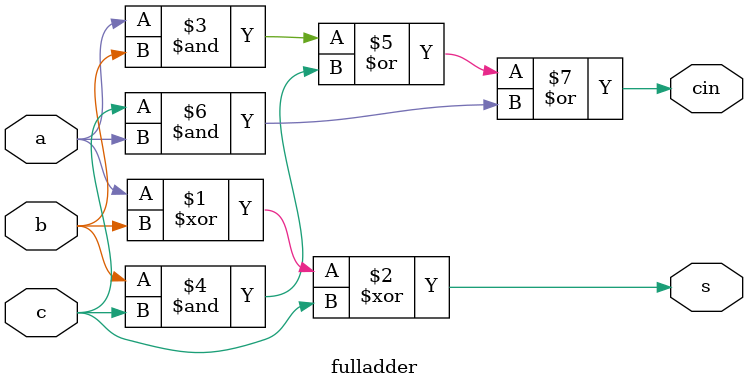
<source format=v>
module fulladder(a,b,c,s,cin);
	input a,b,c;
	output s,cin;
	assign s=a^b^c;
	assign cin=(a&b)|(b&c)|(c&a);
	endmodule

</source>
